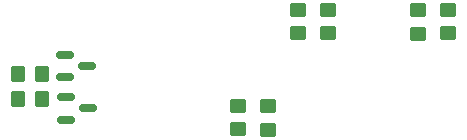
<source format=gbr>
%TF.GenerationSoftware,KiCad,Pcbnew,6.0.2+dfsg-1*%
%TF.CreationDate,2023-02-05T15:53:52-05:00*%
%TF.ProjectId,lin-master,6c696e2d-6d61-4737-9465-722e6b696361,1.0*%
%TF.SameCoordinates,Original*%
%TF.FileFunction,Paste,Bot*%
%TF.FilePolarity,Positive*%
%FSLAX46Y46*%
G04 Gerber Fmt 4.6, Leading zero omitted, Abs format (unit mm)*
G04 Created by KiCad (PCBNEW 6.0.2+dfsg-1) date 2023-02-05 15:53:52*
%MOMM*%
%LPD*%
G01*
G04 APERTURE LIST*
G04 Aperture macros list*
%AMRoundRect*
0 Rectangle with rounded corners*
0 $1 Rounding radius*
0 $2 $3 $4 $5 $6 $7 $8 $9 X,Y pos of 4 corners*
0 Add a 4 corners polygon primitive as box body*
4,1,4,$2,$3,$4,$5,$6,$7,$8,$9,$2,$3,0*
0 Add four circle primitives for the rounded corners*
1,1,$1+$1,$2,$3*
1,1,$1+$1,$4,$5*
1,1,$1+$1,$6,$7*
1,1,$1+$1,$8,$9*
0 Add four rect primitives between the rounded corners*
20,1,$1+$1,$2,$3,$4,$5,0*
20,1,$1+$1,$4,$5,$6,$7,0*
20,1,$1+$1,$6,$7,$8,$9,0*
20,1,$1+$1,$8,$9,$2,$3,0*%
G04 Aperture macros list end*
%ADD10RoundRect,0.250000X-0.350000X-0.450000X0.350000X-0.450000X0.350000X0.450000X-0.350000X0.450000X0*%
%ADD11RoundRect,0.150000X-0.587500X-0.150000X0.587500X-0.150000X0.587500X0.150000X-0.587500X0.150000X0*%
%ADD12RoundRect,0.250000X0.450000X-0.350000X0.450000X0.350000X-0.450000X0.350000X-0.450000X-0.350000X0*%
%ADD13RoundRect,0.250000X-0.450000X0.350000X-0.450000X-0.350000X0.450000X-0.350000X0.450000X0.350000X0*%
G04 APERTURE END LIST*
D10*
%TO.C,R12*%
X107400000Y-94100000D03*
X109400000Y-94100000D03*
%TD*%
%TO.C,R11*%
X107400000Y-96200000D03*
X109400000Y-96200000D03*
%TD*%
D11*
%TO.C,Q2*%
X111425000Y-97950000D03*
X111425000Y-96050000D03*
X113300000Y-97000000D03*
%TD*%
%TO.C,Q1*%
X111362500Y-94350000D03*
X111362500Y-92450000D03*
X113237500Y-93400000D03*
%TD*%
D12*
%TO.C,R1*%
X141224000Y-90678000D03*
X141224000Y-88678000D03*
%TD*%
%TO.C,R4*%
X131064000Y-90646000D03*
X131064000Y-88646000D03*
%TD*%
D13*
%TO.C,R6*%
X128524000Y-96790000D03*
X128524000Y-98790000D03*
%TD*%
%TO.C,R5*%
X125984000Y-96774000D03*
X125984000Y-98774000D03*
%TD*%
D12*
%TO.C,R3*%
X133604000Y-90646000D03*
X133604000Y-88646000D03*
%TD*%
%TO.C,R2*%
X143764000Y-90646000D03*
X143764000Y-88646000D03*
%TD*%
M02*

</source>
